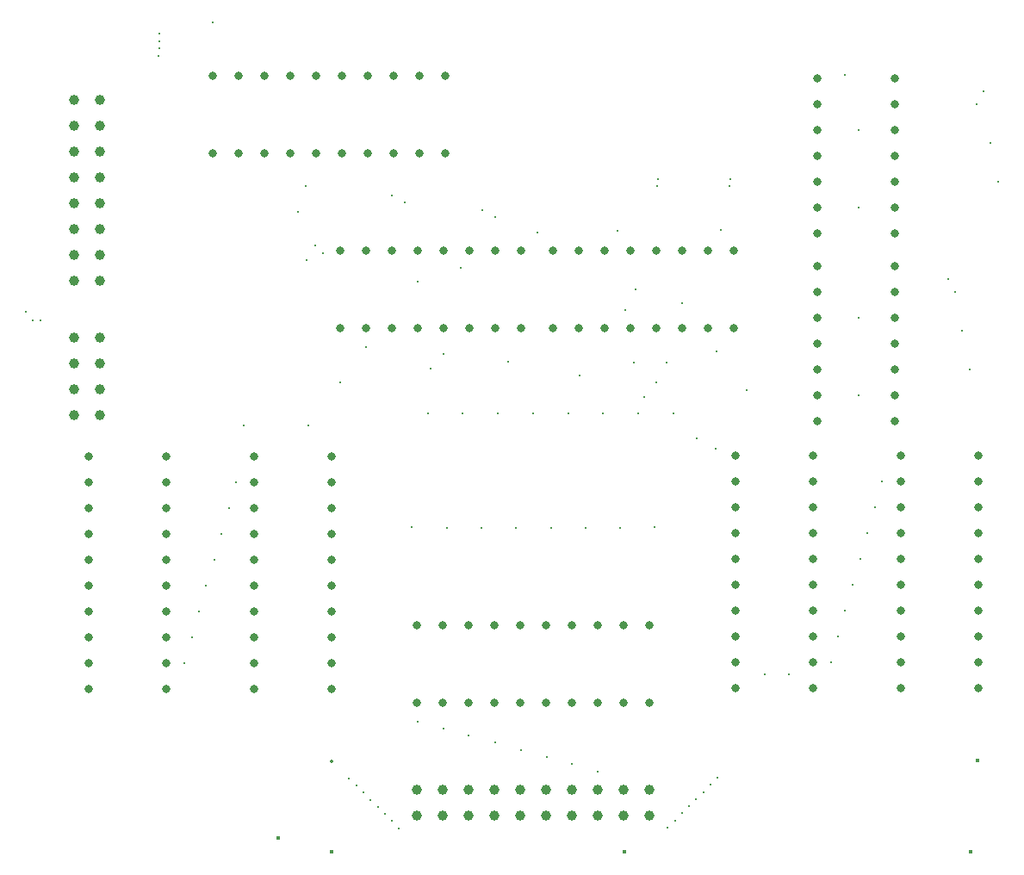
<source format=gbr>
%TF.GenerationSoftware,KiCad,Pcbnew,(6.0.5)*%
%TF.CreationDate,2023-06-09T01:00:50+03:00*%
%TF.ProjectId,Processor-ALU,50726f63-6573-4736-9f72-2d414c552e6b,rev?*%
%TF.SameCoordinates,Original*%
%TF.FileFunction,Plated,1,2,PTH,Drill*%
%TF.FilePolarity,Positive*%
%FSLAX46Y46*%
G04 Gerber Fmt 4.6, Leading zero omitted, Abs format (unit mm)*
G04 Created by KiCad (PCBNEW (6.0.5)) date 2023-06-09 01:00:50*
%MOMM*%
%LPD*%
G01*
G04 APERTURE LIST*
%TA.AperFunction,ViaDrill*%
%ADD10C,0.300000*%
%TD*%
%TA.AperFunction,ViaDrill*%
%ADD11C,0.340000*%
%TD*%
%TA.AperFunction,ViaDrill*%
%ADD12C,0.400000*%
%TD*%
%TA.AperFunction,ComponentDrill*%
%ADD13C,0.800000*%
%TD*%
%TA.AperFunction,ComponentDrill*%
%ADD14C,1.000000*%
%TD*%
G04 APERTURE END LIST*
D10*
X79200000Y-82000000D03*
X79900000Y-82900000D03*
X80650000Y-82850000D03*
X92250000Y-56850000D03*
X92300000Y-55400000D03*
X92300000Y-56100000D03*
X92350000Y-54650000D03*
X94800000Y-116585000D03*
X95500000Y-114050000D03*
X96200000Y-111505000D03*
X96900000Y-108965000D03*
X97600000Y-53550000D03*
X97750000Y-106425000D03*
X98450000Y-103885000D03*
X99150000Y-101345000D03*
X99850000Y-98800000D03*
X100650000Y-93200000D03*
X105950000Y-72200000D03*
X106750000Y-69700000D03*
X106800000Y-76950000D03*
X106950000Y-93200000D03*
X107600000Y-75500000D03*
X108400000Y-76250000D03*
X110100000Y-89000000D03*
X110985000Y-127900000D03*
X111685000Y-128600000D03*
X112385000Y-129300000D03*
X112650000Y-85500000D03*
X113085000Y-130000000D03*
X113785000Y-130700000D03*
X114485000Y-131400000D03*
X115175000Y-70600000D03*
X115185000Y-132100000D03*
X115885000Y-132800000D03*
X116450000Y-71300000D03*
X117150000Y-103200000D03*
X117700000Y-79100000D03*
X117700000Y-122300000D03*
X118700000Y-92000000D03*
X119000000Y-87600000D03*
X120250000Y-86200000D03*
X120250000Y-123000000D03*
X120600000Y-103250000D03*
X121950000Y-77700000D03*
X122150000Y-92000000D03*
X122750000Y-123700000D03*
X123950000Y-103300000D03*
X124050000Y-72000000D03*
X125300000Y-72700000D03*
X125300000Y-124400000D03*
X125600000Y-92000000D03*
X126600000Y-86900000D03*
X127400000Y-103250000D03*
X127850000Y-125100000D03*
X129050000Y-92000000D03*
X129475000Y-74225000D03*
X130400000Y-125800000D03*
X130800000Y-103250000D03*
X132500000Y-92000000D03*
X132900000Y-126500000D03*
X133600000Y-88300000D03*
X134200000Y-103250000D03*
X135450000Y-127200000D03*
X135950000Y-92000000D03*
X137400000Y-74100000D03*
X137600000Y-103250000D03*
X138100000Y-81900000D03*
X139000000Y-87000000D03*
X139100000Y-79800000D03*
X139400000Y-92000000D03*
X139950000Y-90400000D03*
X141000000Y-103200000D03*
X141200000Y-89000000D03*
X141250000Y-69700000D03*
X141300000Y-68950000D03*
X142150000Y-87000000D03*
X142295000Y-132735000D03*
X142850000Y-92000000D03*
X142995000Y-132035000D03*
X143695000Y-131335000D03*
X143750000Y-81200000D03*
X144395000Y-130635000D03*
X145095000Y-129935000D03*
X145150000Y-94450000D03*
X145795000Y-129235000D03*
X146495000Y-128535000D03*
X147000000Y-95450000D03*
X147100000Y-85900000D03*
X147195000Y-127835000D03*
X147550000Y-74000000D03*
X148400000Y-69700000D03*
X148450000Y-68950000D03*
X150100000Y-89700000D03*
X151850000Y-117650000D03*
X154200000Y-117650000D03*
X158335000Y-116485000D03*
X159045000Y-113945000D03*
X159745000Y-111405000D03*
X159750000Y-58750000D03*
X160450000Y-108865000D03*
X161050000Y-64165000D03*
X161050000Y-71785000D03*
X161050000Y-82615000D03*
X161050000Y-90200000D03*
X161250000Y-106325000D03*
X161950000Y-103785000D03*
X162650000Y-101245000D03*
X163355000Y-98705000D03*
X169850000Y-78800000D03*
X170525000Y-80075000D03*
X171250000Y-83900000D03*
X171950000Y-87700000D03*
X172650000Y-61650000D03*
X173350000Y-60350000D03*
X174050000Y-65450000D03*
X174750000Y-69250000D03*
D11*
X109220000Y-126185000D03*
D12*
X104000000Y-133800000D03*
X109250000Y-135150000D03*
X138000000Y-135150000D03*
X172100000Y-135100000D03*
X172754290Y-126108228D03*
D13*
%TO.C,U1*%
X85405000Y-96265000D03*
X85405000Y-98805000D03*
X85405000Y-101345000D03*
X85405000Y-103885000D03*
X85405000Y-106425000D03*
X85405000Y-108965000D03*
X85405000Y-111505000D03*
X85405000Y-114045000D03*
X85405000Y-116585000D03*
X85405000Y-119125000D03*
X93025000Y-96265000D03*
X93025000Y-98805000D03*
X93025000Y-101345000D03*
X93025000Y-103885000D03*
X93025000Y-106425000D03*
X93025000Y-108965000D03*
X93025000Y-111505000D03*
X93025000Y-114045000D03*
X93025000Y-116585000D03*
X93025000Y-119125000D03*
%TO.C,U2*%
X97525000Y-58855000D03*
X97525000Y-66475000D03*
X100065000Y-58855000D03*
X100065000Y-66475000D03*
%TO.C,U3*%
X101645000Y-96265000D03*
X101645000Y-98805000D03*
X101645000Y-101345000D03*
X101645000Y-103885000D03*
X101645000Y-106425000D03*
X101645000Y-108965000D03*
X101645000Y-111505000D03*
X101645000Y-114045000D03*
X101645000Y-116585000D03*
X101645000Y-119125000D03*
%TO.C,U2*%
X102605000Y-58855000D03*
X102605000Y-66475000D03*
X105145000Y-58855000D03*
X105145000Y-66475000D03*
X107685000Y-58855000D03*
X107685000Y-66475000D03*
%TO.C,U3*%
X109265000Y-96265000D03*
X109265000Y-98805000D03*
X109265000Y-101345000D03*
X109265000Y-103885000D03*
X109265000Y-106425000D03*
X109265000Y-108965000D03*
X109265000Y-111505000D03*
X109265000Y-114045000D03*
X109265000Y-116585000D03*
X109265000Y-119125000D03*
%TO.C,U8*%
X110095000Y-75975000D03*
X110095000Y-83595000D03*
%TO.C,U2*%
X110225000Y-58855000D03*
X110225000Y-66475000D03*
%TO.C,U8*%
X112635000Y-75975000D03*
X112635000Y-83595000D03*
%TO.C,U2*%
X112765000Y-58855000D03*
X112765000Y-66475000D03*
%TO.C,U8*%
X115175000Y-75975000D03*
X115175000Y-83595000D03*
%TO.C,U2*%
X115305000Y-58855000D03*
X115305000Y-66475000D03*
%TO.C,U6*%
X117665000Y-112875000D03*
X117665000Y-120495000D03*
%TO.C,U8*%
X117715000Y-75975000D03*
X117715000Y-83595000D03*
%TO.C,U2*%
X117845000Y-58855000D03*
X117845000Y-66475000D03*
%TO.C,U6*%
X120205000Y-112875000D03*
X120205000Y-120495000D03*
%TO.C,U8*%
X120255000Y-75975000D03*
X120255000Y-83595000D03*
%TO.C,U2*%
X120385000Y-58855000D03*
X120385000Y-66475000D03*
%TO.C,U6*%
X122745000Y-112875000D03*
X122745000Y-120495000D03*
%TO.C,U8*%
X122795000Y-75975000D03*
X122795000Y-83595000D03*
%TO.C,U6*%
X125285000Y-112875000D03*
X125285000Y-120495000D03*
%TO.C,U8*%
X125335000Y-75975000D03*
X125335000Y-83595000D03*
%TO.C,U6*%
X127825000Y-112875000D03*
X127825000Y-120495000D03*
%TO.C,U8*%
X127875000Y-75975000D03*
X127875000Y-83595000D03*
%TO.C,U6*%
X130365000Y-112875000D03*
X130365000Y-120495000D03*
%TO.C,U5*%
X131045000Y-75975000D03*
X131045000Y-83595000D03*
%TO.C,U6*%
X132905000Y-112875000D03*
X132905000Y-120495000D03*
%TO.C,U5*%
X133585000Y-75975000D03*
X133585000Y-83595000D03*
%TO.C,U6*%
X135445000Y-112875000D03*
X135445000Y-120495000D03*
%TO.C,U5*%
X136125000Y-75975000D03*
X136125000Y-83595000D03*
%TO.C,U6*%
X137985000Y-112875000D03*
X137985000Y-120495000D03*
%TO.C,U5*%
X138665000Y-75975000D03*
X138665000Y-83595000D03*
%TO.C,U6*%
X140525000Y-112875000D03*
X140525000Y-120495000D03*
%TO.C,U5*%
X141205000Y-75975000D03*
X141205000Y-83595000D03*
X143745000Y-75975000D03*
X143745000Y-83595000D03*
X146285000Y-75975000D03*
X146285000Y-83595000D03*
X148825000Y-75975000D03*
X148825000Y-83595000D03*
%TO.C,U10*%
X148955000Y-96165000D03*
X148955000Y-98705000D03*
X148955000Y-101245000D03*
X148955000Y-103785000D03*
X148955000Y-106325000D03*
X148955000Y-108865000D03*
X148955000Y-111405000D03*
X148955000Y-113945000D03*
X148955000Y-116485000D03*
X148955000Y-119025000D03*
X156575000Y-96165000D03*
X156575000Y-98705000D03*
X156575000Y-101245000D03*
X156575000Y-103785000D03*
X156575000Y-106325000D03*
X156575000Y-108865000D03*
X156575000Y-111405000D03*
X156575000Y-113945000D03*
X156575000Y-116485000D03*
X156575000Y-119025000D03*
%TO.C,U7*%
X157005000Y-59085000D03*
X157005000Y-61625000D03*
X157005000Y-64165000D03*
X157005000Y-66705000D03*
X157005000Y-69245000D03*
X157005000Y-71785000D03*
X157005000Y-74325000D03*
%TO.C,U4*%
X157005000Y-77535000D03*
X157005000Y-80075000D03*
X157005000Y-82615000D03*
X157005000Y-85155000D03*
X157005000Y-87695000D03*
X157005000Y-90235000D03*
X157005000Y-92775000D03*
%TO.C,U7*%
X164625000Y-59085000D03*
X164625000Y-61625000D03*
X164625000Y-64165000D03*
X164625000Y-66705000D03*
X164625000Y-69245000D03*
X164625000Y-71785000D03*
X164625000Y-74325000D03*
%TO.C,U4*%
X164625000Y-77535000D03*
X164625000Y-80075000D03*
X164625000Y-82615000D03*
X164625000Y-85155000D03*
X164625000Y-87695000D03*
X164625000Y-90235000D03*
X164625000Y-92775000D03*
%TO.C,U9*%
X165195000Y-96165000D03*
X165195000Y-98705000D03*
X165195000Y-101245000D03*
X165195000Y-103785000D03*
X165195000Y-106325000D03*
X165195000Y-108865000D03*
X165195000Y-111405000D03*
X165195000Y-113945000D03*
X165195000Y-116485000D03*
X165195000Y-119025000D03*
X172815000Y-96165000D03*
X172815000Y-98705000D03*
X172815000Y-101245000D03*
X172815000Y-103785000D03*
X172815000Y-106325000D03*
X172815000Y-108865000D03*
X172815000Y-111405000D03*
X172815000Y-113945000D03*
X172815000Y-116485000D03*
X172815000Y-119025000D03*
D14*
%TO.C,P1*%
X83900000Y-84595000D03*
X83900000Y-87135000D03*
X83900000Y-89675000D03*
X83900000Y-92215000D03*
%TO.C,P4*%
X83925000Y-61170000D03*
X83925000Y-63710000D03*
X83925000Y-66250000D03*
X83925000Y-68790000D03*
X83925000Y-71330000D03*
X83925000Y-73870000D03*
X83925000Y-76410000D03*
X83925000Y-78950000D03*
%TO.C,P1*%
X86440000Y-84595000D03*
X86440000Y-87135000D03*
X86440000Y-89675000D03*
X86440000Y-92215000D03*
%TO.C,P4*%
X86465000Y-61170000D03*
X86465000Y-63710000D03*
X86465000Y-66250000D03*
X86465000Y-68790000D03*
X86465000Y-71330000D03*
X86465000Y-73870000D03*
X86465000Y-76410000D03*
X86465000Y-78950000D03*
%TO.C,P2*%
X117670000Y-129025000D03*
%TO.C,P3*%
X117670000Y-131575000D03*
%TO.C,P2*%
X120210000Y-129025000D03*
%TO.C,P3*%
X120210000Y-131575000D03*
%TO.C,P2*%
X122750000Y-129025000D03*
%TO.C,P3*%
X122750000Y-131575000D03*
%TO.C,P2*%
X125290000Y-129025000D03*
%TO.C,P3*%
X125290000Y-131575000D03*
%TO.C,P2*%
X127830000Y-129025000D03*
%TO.C,P3*%
X127830000Y-131575000D03*
%TO.C,P2*%
X130370000Y-129025000D03*
%TO.C,P3*%
X130370000Y-131575000D03*
%TO.C,P2*%
X132910000Y-129025000D03*
%TO.C,P3*%
X132910000Y-131575000D03*
%TO.C,P2*%
X135450000Y-129025000D03*
%TO.C,P3*%
X135450000Y-131575000D03*
%TO.C,P2*%
X137990000Y-129025000D03*
%TO.C,P3*%
X137990000Y-131575000D03*
%TO.C,P2*%
X140530000Y-129025000D03*
%TO.C,P3*%
X140530000Y-131575000D03*
M02*

</source>
